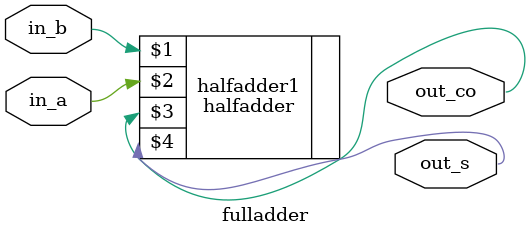
<source format=v>
module fulladder (
  // Inputs and output ports; 3 in, 2 out
  input in_b, in_a,
  output out_co, out_s
);


// Declaración de señales
//wire s_s1_to_b_s2; // Un cable del s del sumador 1 al a del sumador2
//wire co_s1_to_or; // Un cable desde co del sumador 1 a la compuerta or
//wire co_s2_to_or; // Un cable desde co del sumador 2 a la compuerta or

// Declaración de submodules
// halfadder(b,a,co,s)
halfadder halfadder1(in_b, in_a,out_co,out_s);


// Descripción del comportamiento
//assign out_co = co_s1_to_or | co_s2_to_or; // co_s1 or co_s2

endmodule

</source>
